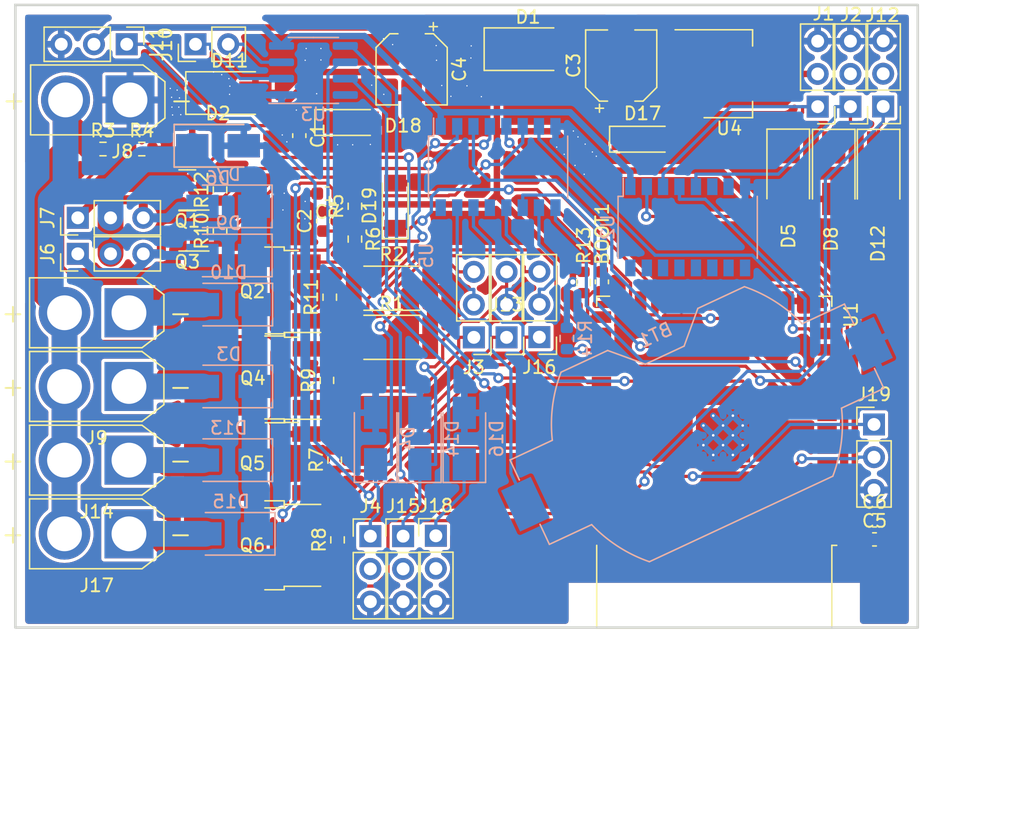
<source format=kicad_pcb>
(kicad_pcb (version 20211014) (generator pcbnew)
  (layers (0 "F.Cu" signal) (31 "B.Cu" signal) (34 "B.Paste" user) (35 "F.Paste" user) (36 "B.SilkS" user "B.Silkscreen") (37 "F.SilkS" user "F.Silkscreen") (38 "B.Mask" user) (39 "F.Mask" user) (44 "Edge.Cuts" user))
  (net 0 "")
  (net 1 "Net-(BT1-Pad1)")
  (net 2 "Net-(D3-Pad2)")
  (net 8 "Net-(D4-Pad1)")
  (net 9 "Net-(D7-Pad2)")
  (net 18 "+3.3V")
  (net 19 "GND")
  (net 21 "PPM_PWM_PUMP2_3.3")
  (net 22 "PPM_PWM_PUMP1_3.3")
  (net 23 "PWM_KERO_3.3")
  (net 24 "PWM_KEROSTART_3.3")
  (net 25 "PWM_GLOW_3.3")
  (net 26 "PPM_STARTER_3.3")
  (net 27 "PPM_GAZ_5V")
  (net 28 "AUX_5V")
  (net 29 "VDC")
  (net 30 "Net-(D9-Pad2)")
  (net 31 "PWM_GLOW")
  (net 32 "PWM_KEROSTART")
  (net 33 "PWM_KERO")
  (net 34 "PPM_PWM_PUMP1")
  (net 35 "PPM_PWM_PUMP2")
  (net 37 "Net-(D10-Pad2)")
  (net 39 "Net-(Q2-Pad3)")
  (net 40 "Net-(D13-Pad2)")
  (net 41 "+BATT")
  (net 42 "Net-(J10-Pad1)")
  (net 43 "Net-(J10-Pad2)")
  (net 46 "VBAT_ADC")
  (net 47 "GLOW_CURRENT")
  (net 48 "PPM_GAZ")
  (net 49 "AUX")
  (net 51 "CLK")
  (net 52 "MISO")
  (net 53 "CS")
  (net 54 "RPM")
  (net 55 "TX2")
  (net 58 "Net-(D14-Pad1)")
  (net 59 "Net-(D15-Pad2)")
  (net 60 "Net-(D16-Pad1)")
  (net 61 "Net-(J3-Pad1)")
  (net 62 "PPM_PWM_STARTER")
  (net 63 "Net-(J13-Pad1)")
  (net 65 "Net-(J16-Pad1)")
  (net 67 "V_CPU")
  (net 72 "Net-(U1-Pad25)")
  (net 73 "Net-(U1-Pad3)")
  (net 74 "Net-(U1-Pad35)")
  (net 75 "Net-(U1-Pad34)")
  (net 76 "Net-(U1-Pad27)")
  (footprint "Package_TO_SOT_SMD:TO-252-2" (layer "F.Cu") (at 32.35 185.675 180)
    (fp_text reference "Q5")
    (fp_text value "QM6006D")
  )
  (footprint "Package_TO_SOT_SMD:TO-252-2" (layer "F.Cu") (at 32.35 192.025 180)
    (fp_text reference "Q6")
    (fp_text value "QM6006D")
  )
  (footprint "Resistor_SMD:R_0603_1608Metric" (layer "F.Cu") (at 23.775 161.29)
    (fp_text reference "R4")
    (fp_text value "2.7K")
  )
  (footprint "Capacitor_SMD:C_0603_1608Metric" (layer "F.Cu") (at 37.846 166.878 90)
    (fp_text reference "C2")
    (fp_text value "10nF")
  )
  (footprint "Capacitor_SMD:C_0603_1608Metric" (layer "F.Cu") (at 59.4614 171.59 90)
    (fp_text reference "BOOT1")
    (fp_text value "BOOT")
  )
  (footprint "Capacitor_SMD:C_0603_1608Metric" (layer "F.Cu") (at 38.1632 164.7444 180)
    (fp_text reference "C7")
    (fp_text value "1µF")
  )
  (footprint "Capacitor_SMD:CP_Elec_5x3" (layer "F.Cu") (at 44.704 155.108 -90)
    (fp_text reference "C4")
    (fp_text value "22µF")
  )
  (footprint "Connector_PinHeader_2.54mm:PinHeader_1x03_P2.54mm_Vertical" (layer "F.Cu") (at 54.61 175.88 180)
    (fp_text reference "J16")
    (fp_text value "PPM/PWM")
  )
  (footprint "Diode_SMD:D_MiniMELF" (layer "F.Cu") (at 62.611 160.528)
    (fp_text reference "D17")
    (fp_text value "BZV55C3V3")
  )
  (footprint "Connector_PinHeader_2.54mm:PinHeader_1x03_P2.54mm_Vertical" (layer "F.Cu") (at 80.5688 182.6514)
    (fp_text reference "J19")
    (fp_text value "UART0")
  )
  (footprint "Capacitor_SMD:C_0603_1608Metric" (layer "F.Cu") (at 80.6066 191.5668)
    (fp_text reference "C5")
    (fp_text value "C")
  )
  (footprint "Resistor_SMD:R_0603_1608Metric" (layer "F.Cu") (at 20.765 161.29)
    (fp_text reference "R3")
    (fp_text value "10K")
  )
  (footprint "Resistor_SMD:R_0603_1608Metric" (layer "F.Cu") (at 38.354 172.783 90)
    (fp_text reference "R11")
    (fp_text value "R")
  )
  (footprint "Connector_PinHeader_2.54mm:PinHeader_1x03_P2.54mm_Vertical" (layer "F.Cu") (at 46.5836 191.2874)
    (fp_text reference "J18")
    (fp_text value "PUMP2")
  )
  (footprint "Connector_PinHeader_2.54mm:PinHeader_1x03_P2.54mm_Vertical" (layer "F.Cu") (at 18.811 166.624 90)
    (fp_text reference "J7")
    (fp_text value "VANNE KERO")
  )
  (footprint "Diode_SMD:D_SMA" (layer "F.Cu") (at 80.9244 163.163 -90)
    (fp_text reference "D12")
    (fp_text value "D_Schottky")
  )
  (footprint "Connector_PinHeader_2.54mm:PinHeader_1x03_P2.54mm_Vertical" (layer "F.Cu") (at 41.5036 191.3174)
    (fp_text reference "J4")
    (fp_text value "STARTER")
  )
  (footprint "Connector_PinHeader_2.54mm:PinHeader_1x03_P2.54mm_Vertical" (layer "F.Cu") (at 44.0436 191.3174)
    (fp_text reference "J15")
    (fp_text value "PUMP1")
  )
  (footprint "Connector_PinHeader_2.54mm:PinHeader_1x02_P2.54mm_Vertical" (layer "F.Cu") (at 27.94 153.162 90)
    (fp_text reference "J10")
    (fp_text value "k")
  )
  (footprint "Resistor_SMD:R_0603_1608Metric" (layer "F.Cu") (at 38.735 185.42 90)
    (fp_text reference "R7")
    (fp_text value "R")
  )
  (footprint "Capacitor_SMD:C_0603_1608Metric" (layer "F.Cu") (at 80.6072 190.0936)
    (fp_text reference "C6")
    (fp_text value "C")
  )
  (footprint "Resistor_SMD:R_0603_1608Metric" (layer "F.Cu") (at 29.845 164.465 90)
    (fp_text reference "R12")
    (fp_text value "R")
  )
  (footprint "Connector_AMASS:AMASS_XT30U-F_1x02_P5.0mm_Vertical" (layer "F.Cu") (at 22.78 179.705 180)
    (fp_text reference "J9")
    (fp_text value "STARTER")
  )
  (footprint "Package_TO_SOT_SMD:TO-252-2" (layer "F.Cu") (at 32.385 179.07 180)
    (fp_text reference "Q4")
    (fp_text value "QM6006D")
  )
  (footprint "Resistor_SMD:R_2512_6332Metric" (layer "F.Cu") (at 43.18 172.085)
    (fp_text reference "R2")
    (fp_text value "R020")
  )
  (footprint "Diode_SMD:D_SMA" (layer "F.Cu") (at 30.5882 156.9466)
    (fp_text reference "D11")
    (fp_text value "D_Schottky")
  )
  (footprint "Connector_PinHeader_2.54mm:PinHeader_1x03_P2.54mm_Vertical" (layer "F.Cu") (at 18.811 169.418 90)
    (fp_text reference "J6")
    (fp_text value "VANNE KEROSTART")
  )
  (footprint "Diode_SMD:D_MiniMELF" (layer "F.Cu") (at 39.751 159.2326)
    (fp_text reference "D18")
    (fp_text value "BZV55C3V3")
  )
  (footprint "Connector_PinHeader_2.54mm:PinHeader_1x03_P2.54mm_Vertical" (layer "F.Cu") (at 49.53 175.895 180)
    (fp_text reference "J3")
    (fp_text value "PPM/PWM")
  )
  (footprint "Package_TO_SOT_SMD:TO-252-2" (layer "F.Cu") (at 32.35 172.34 180)
    (fp_text reference "Q2")
    (fp_text value "QM6006D")
  )
  (footprint "Connector_AMASS:AMASS_XT30U-M_1x02_P5.0mm_Vertical" (layer "F.Cu") (at 22.86 157.48 180)
    (fp_text reference "J8")
    (fp_text value "BATTERY 2S/3S")
  )
  (footprint "Resistor_SMD:R_0603_1608Metric" (layer "F.Cu") (at 29.845 167.64 90)
    (fp_text reference "R10")
    (fp_text value "R")
  )
  (footprint "Diode_SMD:D_MiniMELF" (layer "F.Cu") (at 43.434 165.6842 90)
    (fp_text reference "D19")
    (fp_text value "BZV55C3V3")
  )
  (footprint "Resistor_SMD:R_2512_6332Metric" (layer "F.Cu") (at 43.18 175.895)
    (fp_text reference "R1")
    (fp_text value "R020")
  )
  (footprint "Resistor_SMD:R_0603_1608Metric" (layer "F.Cu") (at 40.305 168.275 -90)
    (fp_text reference "R6")
    (fp_text value "10K")
  )
  (footprint "RF_Module:ESP32-WROOM-32" (layer "F.Cu") (at 68.1786 182.5856 180)
    (fp_text reference "U1")
    (fp_text value "ESP32-WROOM-32D")
  )
  (footprint "Package_TO_SOT_SMD:SOT-23" (layer "F.Cu") (at 27.305 164.465 180)
    (fp_text reference "Q1")
    (fp_text value "AO3400A")
  )
  (footprint "Package_TO_SOT_SMD:SOT-223-3_TabPin2" (layer "F.Cu") (at 69.24 155.448)
    (fp_text reference "U4")
    (fp_text value "AMS1117-3.3")
  )
  (footprint "Connector_PinHeader_2.54mm:PinHeader_1x03_P2.54mm_Vertical" (layer "F.Cu") (at 76.2 158.003 180)
    (fp_text reference "J1")
    (fp_text value "GAZ")
  )
  (footprint "Connector_AMASS:AMASS_XT30U-F_1x02_P5.0mm_Vertical" (layer "F.Cu") (at 22.78 191.135 180)
    (fp_text reference "J17")
    (fp_text value "PUMP2")
  )
  (footprint "Resistor_SMD:R_0603_1608Metric" (layer "F.Cu") (at 38.9575 191.605 90)
    (fp_text reference "R8")
    (fp_text value "R")
  )
  (footprint "Capacitor_SMD:C_0603_1608Metric" (layer "F.Cu") (at 35.9918 160.2486 -90)
    (fp_text reference "C1")
    (fp_text value "1µF")
  )
  (footprint "Connector_AMASS:AMASS_XT30U-F_1x02_P5.0mm_Vertical" (layer "F.Cu") (at 22.78 173.99 180)
    (fp_text reference "J5")
    (fp_text value "GLOW")
  )
  (footprint "Connector_PinHeader_2.54mm:PinHeader_1x03_P2.54mm_Vertical" (layer "F.Cu") (at 81.28 157.988 180)
    (fp_text reference "J12")
    (fp_text value "S.PORT")
  )
  (footprint "Connector_PinHeader_2.54mm:PinHeader_1x03_P2.54mm_Vertical" (layer "F.Cu") (at 52.07 175.895 180)
    (fp_text reference "J13")
    (fp_text value "PPM/PWM")
  )
  (footprint "Diode_SMD:D_SMA" (layer "F.Cu") (at 29.686 161.036)
    (fp_text reference "D2")
    (fp_text value "D_Schottky")
  )
  (footprint "Resistor_SMD:R_0603_1608Metric" (layer "F.Cu") (at 58.039 171.64 -90)
    (fp_text reference "R13")
    (fp_text value "10K")
  )
  (footprint "Resistor_SMD:R_0603_1608Metric" (layer "F.Cu") (at 38.1325 179.235 90)
    (fp_text reference "R9")
    (fp_text value "R")
  )
  (footprint "Resistor_SMD:R_0603_1608Metric" (layer "F.Cu") (at 40.305 165.7277 90)
    (fp_text reference "R5")
    (fp_text value "10K")
  )
  (footprint "Connector_PinHeader_2.54mm:PinHeader_1x03_P2.54mm_Vertical" (layer "F.Cu") (at 78.74 158.003 180)
    (fp_text reference "J2")
    (fp_text value "AUX")
  )
  (footprint "Connector_PinHeader_2.54mm:PinHeader_1x03_P2.54mm_Vertical" (layer "F.Cu") (at 22.606 153.162 -90)
    (fp_text reference "J11")
    (fp_text value "RPM")
  )
  (footprint "Diode_SMD:D_SMA" (layer "F.Cu") (at 73.914 163.1442 -90)
    (fp_text reference "D5")
    (fp_text value "D_Schottky")
  )
  (footprint "Capacitor_SMD:CP_Elec_5x3" (layer "F.Cu") (at 60.96 154.813 90)
    (fp_text reference "C3")
    (fp_text value "0.1µF")
  )
  (footprint "Package_TO_SOT_SMD:SOT-23" (layer "F.Cu") (at 27.305 167.64 180)
    (fp_text reference "Q3")
    (fp_text value "AO3400A")
  )
  (footprint "Connector_AMASS:AMASS_XT30U-F_1x02_P5.0mm_Vertical" (layer "F.Cu") (at 22.78 185.42 180)
    (fp_text reference "J14")
    (fp_text value "PUMP1")
  )
  (footprint "Diode_SMD:D_SMA" (layer "F.Cu") (at 53.73 153.543)
    (fp_text reference "D1")
    (fp_text value "D_Schottky")
  )
  (footprint "Diode_SMD:D_SMA" (layer "F.Cu") (at 77.4446 163.163 -90)
    (fp_text reference "D8")
    (fp_text value "D_Schottky")
  )
  (footprint "Diode_SMD:D_SMA" (layer "B.Cu") (at 45.339 183.7502 90)
    (fp_text reference "D14")
    (fp_text value "D_Schottky")
  )
  (footprint "Diode_SMD:D_SMA" (layer "B.Cu") (at 30.48 169.545 180)
    (fp_text reference "D9")
    (fp_text value "D_Schottky")
  )
  (footprint "Diode_SMD:D_SMA" (layer "B.Cu") (at 48.7934 183.7502 90)
    (fp_text reference "D16")
    (fp_text value "D_Schottky")
  )
  (footprint "Package_SO:SOIC-8_3.9x4.9mm_P1.27mm" (layer "B.Cu") (at 37.084 155.194)
    (fp_text reference "U3")
    (fp_text value "MAX31855KASA")
  )
  (footprint "Diode_SMD:D_SMA" (layer "B.Cu") (at 30.52 173.355 180)
    (fp_text reference "D10")
    (fp_text value "D_Schottky")
  )
  (footprint "Battery:BatteryHolder_Keystone_1058_1x2032" (layer "B.Cu") (at 66.8324 182.6324 25)
    (fp_text reference "BT1")
    (fp_text value "Battery_Cell")
  )
  (footprint "Diode_SMD:D_SMA" (layer "B.Cu") (at 29.686 161.036)
    (fp_text reference "D6")
    (fp_text value "D_Schottky")
  )
  (footprint "Diode_SMD:D_SMA" (layer "B.Cu") (at 30.705 191.135 180)
    (fp_text reference "D15")
    (fp_text value "D_Schottky")
  )
  (footprint "Diode_SMD:D_SMA" (layer "B.Cu") (at 30.52 185.42 180)
    (fp_text reference "D13")
    (fp_text value "D_Schottky")
  )
  (footprint "Resistor_SMD:R_0603_1608Metric" (layer "B.Cu") (at 56.7436 175.9834 90)
    (fp_text reference "R14")
    (fp_text value "10K")
  )
  (footprint "Package_SO:SOP-16_4.4x10.4mm_P1.27mm" (layer "B.Cu") (at 66.1162 167.3606 -90)
    (fp_text reference "U2")
    (fp_text value "4050")
  )
  (footprint "Diode_SMD:D_SMA" (layer "B.Cu") (at 30.48 165.735 180)
    (fp_text reference "D7")
    (fp_text value "D_Schottky")
  )
  (footprint "Package_SO:SOP-16_4.4x10.4mm_P1.27mm" (layer "B.Cu") (at 51.4096 162.687 -90)
    (fp_text reference "U5")
    (fp_text value "4050")
  )
  (footprint "Diode_SMD:D_SMA" (layer "B.Cu") (at 41.91 183.74 90)
    (fp_text reference "D4")
    (fp_text value "D_Schottky")
  )
  (footprint "Diode_SMD:D_SMA" (layer "B.Cu") (at 30.52 179.705 180)
    (fp_text reference "D3")
    (fp_text value "D_Schottky")
  )
  (gr_rect (start 13.97 150.114) (end 83.9628 198.407) (layer "Edge.Cuts") (width 0.2) (fill none))
  (segment (start 31.686 161.036) (end 33.2611 161.036) (width 0.25) (layer "F.Cu") (net 1))
  (segment (start 33.2611 161.1491) (end 33.2611 161.036) (width 0.25) (layer "F.Cu") (net 1))
  (segment (start 34.0518 161.9398) (end 33.2611 161.1491) (width 0.25) (layer "F.Cu") (net 1))
  (segment (start 44.4817 161.9398) (end 34.0518 161.9398) (width 0.25) (layer "F.Cu") (net 1))
  (via (at 44.4817 161.9398) (size 0.8) (drill 0.4) (layers "F.Cu" "B.Cu") (net 1))
  (segment (start 44.4817 161.9398) (end 44.4817 166.247) (width 0.25) (layer "B.Cu") (net 1))
  (segment (start 50.8 176.7847) (end 52.4034 178.3881) (width 0.25) (layer "B.Cu") (net 1))
  (segment (start 44.4817 167.4448) (end 44.4817 169.9692) (width 0.25) (layer "B.Cu") (net 1))
  (segment (start 44.3696 166.3591) (end 44.3696 167.3327) (width 0.25) (layer "B.Cu") (net 1))
  (segment (start 44.3696 167.3327) (end 44.4817 167.4448) (width 0.25) (layer "B.Cu") (net 1))
  (segment (start 53.5278 188.8364) (end 52.4034 186.425) (width 0.25) (layer "B.Cu") (net 1))
  (segment (start 49.0507 174.5382) (end 50.3774 174.5382) (width 0.25) (layer "B.Cu") (net 1))
  (segment (start 44.4817 166.247) (end 44.3696 166.3591) (width 0.25) (layer "B.Cu") (net 1))
  (segment (start 50.8 174.9608) (end 50.8 176.7847) (width 0.25) (layer "B.Cu") (net 1))
  (segment (start 50.3774 174.5382) (end 50.8 174.9608) (width 0.25) (layer "B.Cu") (net 1))
  (segment (start 52.4034 178.3881) (end 52.4034 186.425) (width 0.25) (layer "B.Cu") (net 1))
  (segment (start 44.4817 169.9692) (end 49.0507 174.5382) (width 0.25) (layer "B.Cu") (net 1))
  (segment (start 25.8849 179.7002) (end 25.8801 179.705) (width 2) (layer "F.Cu") (net 2))
  (segment (start 30.285 179.07) (end 25.8849 179.07) (width 2) (layer "F.Cu") (net 2))
  (segment (start 22.78 179.705) (end 25.8801 179.705) (width 2) (layer "F.Cu") (net 2))
  (segment (start 25.8849 179.07) (end 25.8849 179.7002) (width 2) (layer "F.Cu") (net 2))
  (segment (start 28.52 179.705) (end 22.78 179.705) (width 2) (layer "B.Cu") (net 2))
  (segment (start 43.4816 173.8108) (end 43.4816 172.0785) (width 0.25) (layer "F.Cu") (net 8))
  (segment (start 45.5225 170.0376) (end 47.5775 170.0376) (width 0.25) (layer "F.Cu") (net 8))
  (segment (start 43.4816 172.0785) (end 45.5225 170.0376) (width 0.25) (layer "F.Cu") (net 8))
  (segment (start 49.53 170.815) (end 48.3549 170.815) (width 0.25) (layer "F.Cu") (net 8))
  (segment (start 42.2523 175.0401) (end 43.4816 173.8108) (width 0.25) (layer "F.Cu") (net 8))
  (segment (start 47.5775 170.0376) (end 48.3549 170.815) (width 0.25) (layer "F.Cu") (net 8))
  (via (at 42.2523 175.0401) (size 0.8) (drill 0.4) (layers "F.Cu" "B.Cu") (net 8))
  (segment (start 41.91 185.74) (end 43.1351 185.74) (width 0.25) (layer "B.Cu") (net 8))
  (segment (start 42.2523 175.0401) (end 43.1351 175.9229) (width 0.25) (layer "B.Cu") (net 8))
  (segment (start 42.1219 189.524) (end 42.1219 187.527) (width 0.25) (layer "B.Cu") (net 8))
  (segment (start 42.1219 187.527) (end 41.91 187.3151) (width 0.25) (layer "B.Cu") (net 8))
  (segment (start 41.5036 191.3174) (end 41.5036 190.1423) (width 0.25) (layer "B.Cu") (net 8))
  (segment (start 41.5036 190.1423) (end 42.1219 189.524) (width 0.25) (layer "B.Cu") (net 8))
  (segment (start 41.91 185.74) (end 41.91 187.3151) (width 0.25) (layer "B.Cu") (net 8))
  (segment (start 43.1351 175.9229) (end 43.1351 185.74) (width 0.25) (layer "B.Cu") (net 8))
  (segment (start 20.2111 165.2239) (end 23.891 165.2239) (width 0.7) (layer "F.Cu") (net 9))
  (segment (start 23.891 166.624) (end 23.891 165.2239) (width 0.7) (layer "F.Cu") (net 9))
  (segment (start 23.891 165.2239) (end 24.6499 164.465) (width 0.7) (layer "F.Cu") (net 9))
  (segment (start 24.6499 164.465) (end 26.3675 164.465) (width 0.7) (layer "F.Cu") (net 9))
  (segment (start 18.811 166.624) (end 20.2111 165.2239) (width 0.7) (layer "F.Cu") (net 9))
  (segment (start 26.6799 165.735) (end 25.7909 166.624) (width 0.7) (layer "B.Cu") (net 9))
  (segment (start 25.7909 166.624) (end 23.891 166.624) (width 0.7) (layer "B.Cu") (net 9))
  (segment (start 28.48 165.735) (end 26.6799 165.735) (width 0.7) (layer "B.Cu") (net 9))
  (segment (start 60.96 159.1289) (end 60.96 157.013) (width 0.5) (layer "F.Cu") (net 18))
  (segment (start 66.09 155.448) (end 62.525 155.448) (width 0.5) (layer "F.Cu") (net 18))
  (segment (start 55.73 153.543) (end 55.73 152.1929) (width 0.5) (layer "F.Cu") (net 18))
  (segment (start 66.09 155.448) (end 68.5898 155.448) (width 0.5) (layer "F.Cu") (net 18))
  (segment (start 60.861 160.528) (end 60.861 159.2279) (width 0.5) (layer "F.Cu") (net 18))
  (segment (start 62.525 155.448) (end 60.96 157.013) (width 0.5) (layer "F.Cu") (net 18))
  (segment (start 70.9399 153.0979) (end 72.39 153.0979) (width 0.5) (layer "F.Cu") (net 18))
  (segment (start 68.5898 155.448) (end 70.9399 153.0979) (width 0.5) (layer "F.Cu") (net 18))
  (segment (start 55.73 154.8931) (end 58.8401 154.8931) (width 0.5) (layer "F.Cu") (net 18))
  (segment (start 44.704 152.908) (end 43.6578 151.8618) (width 0.5) (layer "F.Cu") (net 18))
  (segment (start 43.6578 151.8618) (end 21.3662 151.8618) (width 0.5) (layer "F.Cu") (net 18))
  (segment (start 72.39 155.448) (end 72.39 153.0979) (width 0.5) (layer "F.Cu") (net 18))
  (segment (start 60.861 159.2279) (end 60.96 159.1289) (width 0.5) (layer "F.Cu") (net 18))
  (segment (start 58.8401 154.8931) (end 60.96 157.013) (width 0.5) (layer "F.Cu") (net 18))
  (segment (start 21.3662 151.8618) (end 20.066 153.162) (width 0.5) (layer "F.Cu") (net 18))
  (segment (start 45.4191 152.1929) (end 55.73 152.1929) (width 0.5) (layer "F.Cu") (net 18))
  (segment (start 44.704 152.908) (end 45.4191 152.1929) (width 0.5) (layer "F.Cu") (net 18))
  (segment (start 55.73 153.543) (end 55.73 154.8931) (width 0.5) (layer "F.Cu") (net 18))
  (segment (start 61.6662 163.1105) (end 56.9926 158.4369) (width 0.5) (layer "B.Cu") (net 18))
  (segment (start 46.9596 158.8574) (end 46.9596 158.6119) (width 0.5) (layer "B.Cu") (net 18))
  (segment (start 33.1818 151.8618) (end 21.3662 151.8618) (width 0.5) (layer "B.Cu") (net 18))
  (segment (start 35.3725 152.5255) (end 34.609 153.289) (width 0.5) (layer "B.Cu") (net 18))
  (segment (start 34.609 153.289) (end 33.1818 151.8618) (width 0.5) (layer "B.Cu") (net 18))
  (segment (start 46.9596 159.537) (end 46.9596 158.9869) (width 0.5) (layer "B.Cu") (net 18))
  (segment (start 41.0482 152.5255) (end 35.3725 152.5255) (width 0.5) (layer "B.Cu") (net 18))
  (segment (start 61.6662 164.2106) (end 61.6662 163.1105) (width 0.5) (layer "B.Cu") (net 18))
  (segment (start 46.9596 158.6119) (end 46.9596 158.4369) (width 0.5) (layer "B.Cu") (net 18))
  (segment (start 46.9596 158.4369) (end 41.0482 152.5255) (width 0.5) (layer "B.Cu") (net 18))
  (segment (start 21.3662 151.8618) (end 20.066 153.162) (width 0.5) (layer "B.Cu") (net 18))
  (segment (start 46.9596 158.9869) (end 46.9596 158.8574) (width 0.5) (layer "B.Cu") (net 18))
  (segment (start 56.9926 158.4369) (end 46.9596 158.4369) (width 0.5) (layer "B.Cu") (net 18))
  (via (at 34.8234 164.719) (size 0.3) (drill 0.1) (layers "F.Cu" "B.Cu") (net 19))
  (via (at 26.6446 158.0388) (size 0.3) (drill 0.1) (layers "F.Cu" "B.Cu") (net 19))
  (via (at 34.7218 166.0144) (size 0.3) (drill 0.1) (layers "F.Cu" "B.Cu") (net 19))
  (via (at 42.5196 152.7302) (size 0.3) (drill 0.1) (layers "F.Cu" "B.Cu") (net 19))
  (via (at 36.449 165.354) (size 0.3) (drill 0.1) (layers "F.Cu" "B.Cu") (net 19))
  (via (at 34.671 160.1978) (size 0.3) (drill 0.1) (layers "F.Cu" "B.Cu") (net 19))
  (via (at 56.5404 161.6964) (size 0.3) (drill 0.1) (layers "F.Cu" "B.Cu") (net 19))
  (via (at 46.6344 154.4066) (size 0.3) (drill 0.1) (layers "F.Cu" "B.Cu") (net 19))
  (via (at 30.5816 157.0482) (size 0.3) (drill 0.1) (layers "F.Cu" "B.Cu") (net 19))
  (via (at 36.5252 153.4922) (size 0.3) (drill 0.1) (layers "F.Cu" "B.Cu") (net 19))
  (via (at 58.7248 161.5186) (size 0.3) (drill 0.1) (layers "F.Cu" "B.Cu") (net 19))
  (via (at 43.2308 153.1874) (size 0.3) (drill 0.1) (layers "F.Cu" "B.Cu") (net 19))
  (via (at 30.5308 155.829) (size 0.3) (drill 0.1) (layers "F.Cu" "B.Cu") (net 19))
  (via (at 26.162 158.6484) (size 0.3) (drill 0.1) (layers "F.Cu" "B.Cu") (net 19))
  (via (at 58.166 160.909) (size 0.3) (drill 0.1) (layers "F.Cu" "B.Cu") (net 19))
  (via (at 58.0898 163.2458) (size 0.3) (drill 0.1) (layers "F.Cu" "B.Cu") (net 19))
  (via (at 26.1112 158.0388) (size 0.3) (drill 0.1) (layers "F.Cu" "B.Cu") (net 19))
  (via (at 59.0296 161.8488) (size 0.3) (drill 0.1) (layers "F.Cu" "B.Cu") (net 19))
  (via (at 37.338 156.9974) (size 0.3) (drill 0.1) (layers "F.Cu" "B.Cu") (net 19))
  (via (at 36.449 154.4066) (size 0.3) (drill 0.1) (layers "F.Cu" "B.Cu") (net 19))
  (via (at 46.609 153.2636) (size 0.3) (drill 0.1) (layers "F.Cu" "B.Cu") (net 19))
  (via (at 57.3786 162.56) (size 0.3) (drill 0.1) (layers "F.Cu" "B.Cu") (net 19))
  (via (at 41.5036 160.9344) (size 0.3) (drill 0.1) (layers "F.Cu" "B.Cu") (net 19))
  (via (at 48.9966 156.3878) (size 0.3) (drill 0.1) (layers "F.Cu" "B.Cu") (net 19))
  (via (at 42.545 157.0482) (size 0.3) (drill 0.1) (layers "F.Cu" "B.Cu") (net 19))
  (via (at 47.752 157.2006) (size 0.3) (drill 0.1) (layers "F.Cu" "B.Cu") (net 19))
  (via (at 30.607 156.4132) (size 0.3) (drill 0.1) (layers "F.Cu" "B.Cu") (net 19))
  (via (at 41.6052 156.337) (size 0.3) (drill 0.1) (layers "F.Cu" "B.Cu") (net 19))
  (via (at 26.6954 157.3276) (size 0.3) (drill 0.1) (layers "F.Cu" "B.Cu") (net 19))
  (via (at 57.6072 160.3502) (size 0.3) (drill 0.1) (layers "F.Cu" "B.Cu") (net 19))
  (via (at 57.2516 159.893) (size 0.3) (drill 0.1) (layers "F.Cu" "B.Cu") (net 19))
  (via (at 25.9842 156.591) (size 0.3) (drill 0.1) (layers "F.Cu" "B.Cu") (net 19))
  (via (at 29.972 155.5242) (size 0.3) (drill 0.1) (layers "F.Cu" "B.Cu") (net 19))
  (via (at 49.3268 153.289) (size 0.3) (drill 0.1) (layers "F.Cu" "B.Cu") (net 19))
  (via (at 40.132 160.9598) (size 0.3) (drill 0.1) (layers "F.Cu" "B.Cu") (net 19))
  (via (at 37.6682 154.3812) (size 0.3) (drill 0.1) (layers "F.Cu" "B.Cu") (net 19))
  (via (at 37.6682 153.4922) (size 0.3) (drill 0.1) (layers "F.Cu" "B.Cu") (net 19))
  (via (at 35.0266 160.7312) (size 0.3) (drill 0.1) (layers "F.Cu" "B.Cu") (net 19))
  (via (at 50.1142 157.226) (size 0.3) (drill 0.1) (layers "F.Cu" "B.Cu") (net 19))
  (via (at 35.7632 158.2674) (size 0.3) (drill 0.1) (layers "F.Cu" "B.Cu") (net 19))
  (via (at 29.337 155.321) (size 0.3) (drill 0.1) (layers "F.Cu" "B.Cu") (net 19))
  (via (at 26.5176 156.718) (size 0.3) (drill 0.1) (layers "F.Cu" "B.Cu") (net 19))
  (via (at 55.9562 161.1376) (size 0.3) (drill 0.1) (layers "F.Cu" "B.Cu") (net 19))
  (via (at 26.797 158.623) (size 0.3) (drill 0.1) (layers "F.Cu" "B.Cu") (net 19))
  (via (at 36.4236 166.7002) (size 0.3) (drill 0.1) (layers "F.Cu" "B.Cu") (net 19))
  (via (at 38.9636 160.9598) (size 0.3) (drill 0.1) (layers "F.Cu" "B.Cu") (net 19))
  (via (at 26.0858 157.2768) (size 0.3) (drill 0.1) (layers "F.Cu" "B.Cu") (net 19))
  (via (at 49.3014 154.2288) (size 0.3) (drill 0.1) (layers "F.Cu" "B.Cu") (net 19))
  (via (at 47.0408 156.3624) (size 0.3) (drill 0.1) (layers "F.Cu" "B.Cu") (net 19))
  (segment (start 75.8535 179.1562) (end 75.8535 179.4056) (width 0.25) (layer "F.Cu") (net 21))
  (segment (start 76.9286 179.4056) (end 75.8535 179.4056) (width 0.25) (layer "F.Cu") (net 21))
  (segment (start 74.4795 177.7822) (end 75.8535 179.1562) (width 0.25) (layer "F.Cu") (net 21))
  (via (at 74.4795 177.7822) (size 0.8) (drill 0.4) (layers "F.Cu" "B.Cu") (net 21))
  (segment (start 62.6004 177.7822) (end 74.4795 177.7822) (width 0.25) (layer "B.Cu") (net 21))
  (segment (start 55.8596 166.8121) (end 58.2566 169.2091) (width 0.25) (layer "B.Cu") (net 21))
  (segment (start 55.8596 165.837) (end 55.8596 166.8121) (width 0.25) (layer "B.Cu") (net 21))
  (segment (start 58.2566 173.4384) (end 62.6004 177.7822) (width 0.25) (layer "B.Cu") (net 21))
  (segment (start 58.2566 169.2091) (end 58.2566 173.4384) (width 0.25) (layer "B.Cu") (net 21))
  (segment (start 74.7255 180.6756) (end 70.6463 176.5964) (width 0.25) (layer "F.Cu") (net 22))
  (segment (start 70.6463 176.5964) (end 62.44 176.5964) (width 0.25) (layer "F.Cu") (net 22))
  (segment (start 76.9286 180.6756) (end 74.7255 180.6756) (width 0.25) (layer "F.Cu") (net 22))
  (via (at 62.44 176.5964) (size 0.8) (drill 0.4) (layers "F.Cu" "B.Cu") (net 22))
  (segment (start 56.3995 164.8619) (end 58.924 167.3864) (width 0.25) (layer "B.Cu") (net 22))
  (segment (start 53.3196 165.837) (end 53.3196 164.8619) (width 0.25) (layer "B.Cu") (net 22))
  (segment (start 58.924 173.0804) (end 62.44 176.5964) (width 0.25) (layer "B.Cu") (net 22))
  (segment (start 53.3196 164.8619) (end 56.3995 164.8619) (width 0.25) (layer "B.Cu") (net 22))
  (segment (start 58.924 167.3864) (end 58.924 173.0804) (width 0.25) (layer "B.Cu") (net 22))
  (segment (start 67.8936 174.4301) (end 75.749 174.4301) (width 0.25) (layer "F.Cu") (net 23))
  (segment (start 75.749 174.4301) (end 75.8535 174.3256) (width 0.25) (layer "F.Cu") (net 23))
  (segment (start 76.9286 174.3256) (end 75.8535 174.3256) (width 0.25) (layer "F.Cu") (net 23))
  (via (at 67.8936 174.4301) (size 0.8) (drill 0.4) (layers "F.Cu" "B.Cu") (net 23))
  (segment (start 60.229 170.6502) (end 60.229 168.045) (width 0.25) (layer "B.Cu") (net 23))
  (segment (start 55.8929 163.7089) (end 50.6507 163.7089) (width 0.25) (layer "B.Cu") (net 23))
  (segment (start 50.6507 163.7089) (end 49.4996 162.5578) (width 0.25) (layer "B.Cu") (net 23))
  (segment (start 64.0089 174.4301) (end 60.229 170.6502) (width 0.25) (layer "B.Cu") (net 23))
  (segment (start 49.4996 162.5578) (end 49.4996 159.537) (width 0.25) (layer "B.Cu") (net 23))
  (segment (start 67.8936 174.4301) (end 64.0089 174.4301) (width 0.25) (layer "B.Cu") (net 23))
  (segment (start 60.229 168.045) (end 55.8929 163.7089) (width 0.25) (layer "B.Cu") (net 23))
  (segment (start 75.4934 175.2355) (end 75.8535 175.5956) (width 0.25) (layer "F.Cu") (net 24))
  (segment (start 76.9286 175.5956) (end 75.8535 175.5956) (width 0.25) (layer "F.Cu") (net 24))
  (segment (start 74.2757 175.2355) (end 75.4934 175.2355) (width 0.25) (layer "F.Cu") (net 24))
  (via (at 74.2757 175.2355) (size 0.8) (drill 0.4) (layers "F.Cu" "B.Cu") (net 24))
  (segment (start 63.5936 169.5261) (end 71.1306 169.5261) (width 0.25) (layer "B.Cu") (net 24))
  (segment (start 54.5796 160.5121) (end 63.5936 169.5261) (width 0.25) (layer "B.Cu") (net 24))
  (segment (start 74.2757 172.6712) (end 74.2757 175.2355) (width 0.25) (layer "B.Cu") (net 24))
  (segment (start 54.5796 159.537) (end 54.5796 160.5121) (width 0.25) (layer "B.Cu") (net 24))
  (segment (start 71.1306 169.5261) (end 74.2757 172.6712) (width 0.25) (layer "B.Cu") (net 24))
  (segment (start 63.4132 171.933) (end 76.2143 171.933) (width 0.25) (layer "F.Cu") (net 25))
  (segment (start 52.2862 160.806) (end 63.4132 171.933) (width 0.25) (layer "F.Cu") (net 25))
  (segment (start 76.9286 176.8656) (end 78.0037 176.8656) (width 0.25) (layer "F.Cu") (net 25))
  (segment (start 76.2143 171.933) (end 78.0037 173.7224) (width 0.25) (layer "F.Cu") (net 25))
  (segment (start 78.0037 173.7224) (end 78.0037 176.8656) (width 0.25) (layer "F.Cu") (net 25))
  (via (at 52.2862 160.806) (size 0.8) (drill 0.4) (layers "F.Cu" "B.Cu") (net 25))
  (segment (start 52.0496 159.537) (end 52.0496 160.5694) (width 0.25) (layer "B.Cu") (net 25))
  (segment (start 52.0496 160.5694) (end 52.2862 160.806) (width 0.25) (layer "B.Cu") (net 25))
  (segment (start 70.3766 179.2956) (end 73.0266 181.9456) (width 0.25) (layer "F.Cu") (net 26))
  (segment (start 61.2251 179.2956) (end 70.3766 179.2956) (width 0.25) (layer "F.Cu") (net 26))
  (segment (start 76.9286 181.9456) (end 75.8535 181.9456) (width 0.25) (layer "F.Cu") (net 26))
  (segment (start 73.0266 181.9456) (end 75.8535 181.9456) (width 0.25) (layer "F.Cu") (net 26))
  (via (at 61.2251 179.2956) (size 0.8) (drill 0.4) (layers "F.Cu" "B.Cu") (net 26))
  (segment (start 51.7581 174.7198) (end 53.0593 174.7198) (width 0.25) (layer "B.Cu") (net 26))
  (segment (start 49.4996 165.837) (end 49.4996 167.2986) (width 0.25) (layer "B.Cu") (net 26))
  (segment (start 55.844 179.2956) (end 61.2251 179.2956) (width 0.25) (layer "B.Cu") (net 26))
  (segment (start 50.8 173.7617) (end 51.7581 174.7198) (width 0.25) (layer "B.Cu") (net 26))
  (segment (start 49.4996 167.2986) (end 50.8 168.599) (width 0.25) (layer "B.Cu") (net 26))
  (segment (start 50.8 168.599) (end 50.8 173.7617) (width 0.25) (layer "B.Cu") (net 26))
  (segment (start 53.34 176.7916) (end 55.844 179.2956) (width 0.25) (layer "B.Cu") (net 26))
  (segment (start 53.34 175.0005) (end 53.34 176.7916) (width 0.25) (layer "B.Cu") (net 26))
  (segment (start 53.0593 174.7198) (end 53.34 175.0005) (width 0.25) (layer "B.Cu") (net 26))
  (segment (start 73.914 159.5691) (end 75.0249 158.4582) (width 0.25) (layer "F.Cu") (net 27))
  (segment (start 76.2 158.003) (end 75.0249 158.003) (width 0.25) (layer "F.Cu") (net 27))
  (segment (start 73.914 161.1442) (end 73.914 159.5691) (width 0.25) (layer "F.Cu") (net 27))
  (segment (start 75.0249 158.4582) (end 75.0249 158.003) (width 0.25) (layer "F.Cu") (net 27))
  (segment (start 64.2062 164.2106) (end 64.2062 163.2355) (width 0.25) (layer "B.Cu") (net 27))
  (segment (start 69.4387 158.003) (end 76.2 158.003) (width 0.25) (layer "B.Cu") (net 27))
  (segment (start 64.2062 163.2355) (end 69.4387 158.003) (width 0.25) (layer "B.Cu") (net 27))
  (segment (start 78.74 158.003) (end 78.74 159.1781) (width 0.25) (layer "F.Cu") (net 28))
  (segment (start 77.4446 159.5879) (end 78.3302 159.5879) (width 0.25) (layer "F.Cu") (net 28))
  (segment (start 78.3302 159.5879) (end 78.74 159.1781) (width 0.25) (layer "F.Cu") (net 28))
  (segment (start 77.4446 161.163) (end 77.4446 159.5879) (width 0.25) (layer "F.Cu") (net 28))
  (segment (start 77.5649 158.8109) (end 77.5649 158.003) (width 0.25) (layer "B.Cu") (net 28))
  (segment (start 66.7562 163.2355) (end 73.1403 163.2355) (width 0.25) (layer "B.Cu") (net 28))
  (segment (start 73.1403 163.2355) (end 77.5649 158.8109) (width 0.25) (layer "B.Cu") (net 28))
  (segment (start 66.7562 164.2106) (end 66.7562 163.2355) (width 0.25) (layer "B.Cu") (net 28))
  (segment (start 78.74 158.003) (end 77.5649 158.003) (width 0.25) (layer "B.Cu") (net 28))
  (segment (start 76.2 155.463) (end 74.8999 155.463) (width 0.5) (layer "F.Cu") (net 29))
  (segment (start 66.09 157.748) (end 67.5401 157.748) (width 0.5) (layer "F.Cu") (net 29))
  (segment (start 73.5851 157.8341) (end 67.6262 157.8341) (width 0.5) (layer "F.Cu") (net 29))
  (segment (start 67.6262 157.8341) (end 67.5401 157.748) (width 0.5) (layer "F.Cu") (net 29))
  (segment (start 74.8999 155.463) (end 74.8999 156.5193) (width 0.5) (layer "F.Cu") (net 29))
  (segment (start 74.8999 156.5193) (end 73.5851 157.8341) (width 0.5) (layer "F.Cu") (net 29))
  (segment (start 26.3675 167.64) (end 25.2911 168.7164) (width 0.7) (layer "F.Cu") (net 30))
  (segment (start 25.2911 168.7164) (end 25.2911 169.418) (width 0.7) (layer "F.Cu") (net 30))
  (segment (start 23.891 169.418) (end 25.2911 169.418) (width 0.7) (layer "F.Cu") (net 30))
  (segment (start 24.5911 169.418) (end 23.1392 170.8699) (width 0.7) (layer "B.Cu") (net 30))
  (segment (start 28.48 169.545) (end 25.4181 169.545) (width 0.7) (layer "B.Cu") (net 30))
  (segment (start 20.2629 170.8699) (end 18.811 169.418) (width 0.7) (layer "B.Cu") (net 30))
  (segment (start 24.5911 169.418) (end 25.2911 169.418) (width 0.7) (layer "B.Cu") (net 30))
  (segment (start 23.891 169.418) (end 24.5911 169.418) (width 0.7) (layer "B.Cu") (net 30))
  (segment (start 23.1392 170.8699) (end 20.2629 170.8699) (width 0.7) (layer "B.Cu") (net 30))
  (segment (start 25.4181 169.545) (end 25.2911 169.418) (width 0.7) (layer "B.Cu") (net 30))
  (segment (start 38.0283 174.4684) (end 38.0284 174.4684) (width 0.25) (layer "F.Cu") (net 31))
  (segment (start 38.0284 174.4684) (end 38.0284 173.9336) (width 0.25) (layer "F.Cu") (net 31))
  (segment (start 35.1248 172.2697) (end 36.55 173.6949) (width 0.25) (layer "F.Cu") (net 31))
  (segment (start 36.55 174.62) (end 37.8767 174.62) (width 0.25) (layer "F.Cu") (net 31))
  (segment (start 38.0284 173.9336) (end 38.354 173.608) (width 0.25) (layer "F.Cu") (net 31))
  (segment (start 45.1951 168.4435) (end 41.7157 168.4435) (width 0.25) (layer "F.Cu") (net 31))
  (segment (start 41.638 168.3658) (end 38.8425 168.3658) (width 0.25) (layer "F.Cu") (net 31))
  (segment (start 45.5504 168.0882) (end 45.1951 168.4435) (width 0.25) (layer "F.Cu") (net 31))
  (segment (start 46.651 160.9514) (end 46.5317 160.8321) (width 0.25) (layer "F.Cu") (net 31))
  (segment (start 35.3154 169.1348) (end 35.1248 169.3254) (width 0.25) (layer "F.Cu") (net 31))
  (segment (start 37.8767 174.62) (end 38.0283 174.4684) (width 0.25) (layer "F.Cu") (net 31))
  (segment (start 36.55 174.62) (end 36.55 173.6949) (width 0.25) (layer "F.Cu") (net 31))
  (segment (start 50.3108 160.9514) (end 46.651 160.9514) (width 0.25) (layer "F.Cu") (net 31))
  (segment (start 38.0735 169.1348) (end 35.3154 169.1348) (width 0.25) (layer "F.Cu") (net 31))
  (segment (start 41.7157 168.4435) (end 41.638 168.3658) (width 0.25) (layer "F.Cu") (net 31))
  (segment (start 38.8425 168.3658) (end 38.0735 169.1348) (width 0.25) (layer "F.Cu") (net 31))
  (segment (start 35.1248 169.3254) (end 35.1248 172.2697) (width 0.25) (layer "F.Cu") (net 31))
  (via (at 45.5504 168.0882) (size 0.8) (drill 0.4) (layers "F.Cu" "B.Cu") (net 31))
  (via (at 46.5317 160.8321) (size 0.8) (drill 0.4) (layers "F.Cu" "B.Cu") (net 31))
  (via (at 50.3108 160.9514) (size 0.8) (drill 0.4) (layers "F.Cu" "B.Cu") (net 31))
  (segment (start 50.7696 159.537) (end 50.7696 160.5121) (width 0.25) (layer "B.Cu") (net 31))
  (segment (start 46.5317 160.8321) (end 45.2891 162.0747) (width 0.25) (layer "B.Cu") (net 31))
  (segment (start 44.8197 166.5456) (end 44.8197 167.1461) (width 0.25) (layer "B.Cu") (net 31))
  (segment (start 45.5504 167.8768) (end 45.5504 168.0882) (width 0.25) (layer "B.Cu") (net 31))
  (segment (start 50.7696 160.5121) (end 50.7501 160.5121) (width 0.25) (layer "B.Cu") (net 31))
  (segment (start 44.8197 167.1461) (end 45.5504 167.8768) (width 0.25) (layer "B.Cu") (net 31))
  (segment (start 50.7501 160.5121) (end 50.3108 160.9514) (width 0.25) (layer "B.Cu") (net 31))
  (segment (start 45.2891 166.0762) (end 44.8197 166.5456) (width 0.25) (layer "B.Cu") (net 31))
  (segment (start 45.2891 162.0747) (end 45.2891 166.0762) (width 0.25) (layer "B.Cu") (net 31))
  (segment (start 28.2425 168.59) (end 29.72 168.59) (width 0.25) (layer "F.Cu") (net 32))
  (segment (start 47.5677 164.9094) (end 42.3857 164.9094) (width 0.25) (layer "F.Cu") (net 32))
  (segment (start 29.72 168.59) (end 29.845 168.465) (width 0.25) (layer "F.Cu") (net 32))
  (segment (start 50.4532 162.486) (end 48.0807 164.8585) (width 0.25) (layer "F.Cu") (net 32))
  (segment (start 34.8347 163.4753) (end 29.845 168.465) (width 0.25) (layer "F.Cu") (net 32))
  (segment (start 48.0807 164.8585) (end 47.6186 164.8585) (width 0.25) (layer "F.Cu") (net 32))
  (segment (start 47.6186 164.8585) (end 47.5677 164.9094) (width 0.25) (layer "F.Cu") (net 32))
  (segment (start 42.3857 164.9094) (end 40.9516 163.4753) (width 0.25) (layer "F.Cu") (net 32))
  (segment (start 40.9516 163.4753) (end 34.8347 163.4753) (width 0.25) (layer "F.Cu") (net 32))
  (via (at 50.4532 162.486) (size 0.8) (drill 0.4) (layers "F.Cu" "B.Cu") (net 32))
  (segment (start 53.3196 159.537) (end 53.3196 160.5121) (width 0.25) (layer "B.Cu") (net 32))
  (segment (start 53.3196 160.7981) (end 51.6317 162.486) (width 0.25) (layer "B.Cu") (net 32))
  (segment (start 53.3196 160.5121) (end 53.3196 160.7981) (width 0.25) (layer "B.Cu") (net 32))
  (segment (start 51.6317 162.486) (end 50.4532 162.486) (width 0.25) (layer "B.Cu") (net 32))
  (segment (start 45.763 162.8006) (end 32.3344 162.8006) (width 0.25) (layer "F.Cu") (net 33))
  (segment (start 28.2425 165.415) (end 29.72 165.415) (width 0.25) (layer "F.Cu") (net 33))
  (segment (start 29.72 165.415) (end 29.845 165.29) (width 0.25) (layer "F.Cu") (net 33))
  (segment (start 46.0142 162.5494) (end 45.763 162.8006) (width 0.25) (layer "F.Cu") (net 33))
  (segment (start 32.3344 162.8006) (end 29.845 165.29) (width 0.25) (layer "F.Cu") (net 33))
  (via (at 46.0142 162.5494) (size 0.8) (drill 0.4) (layers "F.Cu" "B.Cu") (net 33))
  (segment (start 48.2396 159.537) (end 48.2396 160.5121) (width 0.25) (layer "B.Cu") (net 33))
  (segment (start 48.2396 160.5121) (end 48.0515 160.5121) (width 0.25) (layer "B.Cu") (net 33))
  (segment (start 48.0515 160.5121) (end 46.0142 162.5494) (width 0.25) (layer "B.Cu") (net 33))
  (segment (start 53.2537 169.1379) (end 53.2537 171.3614) (width 0.25) (layer "B.Cu") (net 34))
  (segment (start 52.0496 165.837) (end 52.0496 167.9338) (width 0.25) (layer "B.Cu") (net 34))
  (segment (start 52.0496 167.9338) (end 53.2537 169.1379) (width 0.25) (layer "B.Cu") (net 34))
  (segment (start 52.07 173.355) (end 52.07 172.1799) (width 0.25) (layer "B.Cu") (net 34))
  (segment (start 52.4352 172.1799) (end 52.07 172.1799) (width 0.25) (layer "B.Cu") (net 34))
  (segment (start 53.2537 171.3614) (end 52.4352 172.1799) (width 0.25) (layer "B.Cu") (net 34))
  (segment (start 55.8149 169.9203) (end 55.8149 171.3252) (width 0.25) (layer "B.Cu") (net 35))
  (segment (start 55.8149 171.3252) (end 54.9752 172.1649) (width 0.25) (layer "B.Cu") (net 35))
  (segment (start 54.9752 172.1649) (end 54.61 172.1649) (width 0.25) (layer "B.Cu") (net 35))
  (segment (start 54.5796 168.685) (end 55.8149 169.9203) (width 0.25) (layer "B.Cu") (net 35))
  (segment (start 54.5796 165.837) (end 54.5796 168.685) (width 0.25) (layer "B.Cu") (net 35))
  (segment (start 54.61 173.34) (end 54.61 172.1649) (width 0.25) (layer "B.Cu") (net 35))
  (segment (start 30.25 172.34) (end 25.8499 172.34) (width 2) (layer "F.Cu") (net 37))
  (segment (start 24.1999 173.99) (end 25.8499 172.34) (width 2) (layer "F.Cu") (net 37))
  (segment (start 22.78 173.99) (end 24.1999 173.99) (width 2) (layer "F.Cu") (net 37))
  (segment (start 22.78 173.99) (end 25.8801 173.99) (width 2) (layer "B.Cu") (net 37))
  (segment (start 26.0699 173.8002) (end 25.8801 173.99) (width 2) (layer "B.Cu") (net 37))
  (segment (start 28.52 173.355) (end 26.0699 173.355) (width 2) (layer "B.Cu") (net 37))
  (segment (start 26.0699 173.355) (end 26.0699 173.8002) (width 2) (layer "B.Cu") (net 37))
  (segment (start 40.2175 169.1875) (end 40.2175 170.06) (width 0.25) (layer "F.Cu") (net 39))
  (segment (start 40.2175 170.06) (end 40.2175 172.085) (width 0.25) (layer "F.Cu") (net 39))
  (segment (start 40.2175 170.06) (end 37.9751 170.06) (width 0.25) (layer "F.Cu") (net 39))
  (segment (start 40.305 169.1) (end 40.2175 169.1875) (width 0.25) (layer "F.Cu") (net 39))
  (segment (start 36.55 170.06) (end 37.9751 170.06) (width 0.25) (layer "F.Cu") (net 39))
  (segment (start 40.2175 175.895) (end 40.2175 172.085) (width 0.25) (layer "F.Cu") (net 39))
  (segment (start 25.5949 185.42) (end 25.8499 185.675) (width 2) (layer "F.Cu") (net 40))
  (segment (start 22.78 185.42) (end 25.5949 185.42) (width 2) (layer "F.Cu") (net 40))
  (segment (start 30.25 185.675) (end 25.8499 185.675) (width 2) (layer "F.Cu") (net 40))
  (segment (start 28.52 185.42) (end 22.78 185.42) (width 2) (layer "B.Cu") (net 40))
  (segment (start 16.129 163.2138) (end 17.86 161.4828) (width 2) (layer "F.Cu") (net 41))
  (segment (start 21.351 166.7741) (end 21.351 166.624) (width 1.6998) (layer "F.Cu") (net 41))
  (segment (start 16.129 172.339) (end 16.129 163.2138) (width 2) (layer "F.Cu") (net 41))
  (segment (start 17.78 191.135) (end 17.78 173.99) (width 2) (layer "F.Cu") (net 41))
  (segment (start 17.86 157.48) (end 17.86 159.21) (width 2) (layer "F.Cu") (net 41))
  (segment (start 17.78 173.99) (end 16.129 172.339) (width 2) (layer "F.Cu") (net 41))
  (segment (start 17.86 161.4828) (end 17.86 157.48) (width 2) (layer "F.Cu") (net 41))
  (segment (start 21.351 166.7741) (end 21.351 169.418) (width 2) (layer "F.Cu") (net 41))
  (segment (start 17.86 159.21) (end 19.94 161.29) (width 2) (layer "F.Cu") (net 41))
  (segment (start 32.705 187.7051) (end 32.705 191.135) (width 2) (layer "B.Cu") (net 41))
  (segment (start 32.52 185.42) (end 32.52 187.5201) (width 2) (layer "B.Cu") (net 41))
  (segment (start 17.86 164.5739) (end 17.86 157.48) (width 2) (layer "B.Cu") (net 41))
  (segment (start 16.7127 172.9227) (end 16.7127 165.2909) (width 2) (layer "B.Cu") (net 41))
  (segment (start 17.78 173.99) (end 17.78 179.705) (width 2) (layer "B.Cu") (net 41))
  (segment (start 27.686 162.086) (end 23.8389 162.086) (width 2) (layer "B.Cu") (net 41))
  (segment (start 21.351 166.624) (end 21.351 164.5739) (width 2) (layer "B.Cu") (net 41))
  (segment (start 16.7127 165.2909) (end 17.4297 164.5739) (width 2) (layer "B.Cu") (net 41))
  (segment (start 17.4297 164.5739) (end 17.86 164.5739) (width 2) (layer "B.Cu") (net 41))
  (segment (start 32.48 163.6349) (end 29.2349 163.6349) (width 2) (layer "B.Cu") (net 41))
  (segment (start 27.686 161.036) (end 27.686 162.086) (width 2) (layer "B.Cu") (net 41))
  (segment (start 32.52 171.6851) (end 32.48 171.6451) (width 2) (layer "B.Cu") (net 41))
  (segment (start 32.52 185.42) (end 32.52 179.705) (width 2) (layer "B.Cu") (net 41))
  (segment (start 17.78 191.135) (end 17.78 185.42) (width 2) (layer "B.Cu") (net 41))
  (segment (start 32.52 173.355) (end 32.52 171.6851) (width 2) (layer "B.Cu") (net 41))
  (segment (start 23.8389 162.086) (end 21.351 164.5739) (width 2) (layer "B.Cu") (net 41))
  (segment (start 32.48 165.735) (end 32.48 163.6349) (width 2) (layer "B.Cu") (net 41))
  (segment (start 17.78 173.99) (end 16.7127 172.9227) (width 2) (layer "B.Cu") (net 41))
  (segment (start 32.52 187.5201) (end 32.705 187.7051) (width 2) (layer "B.Cu") (net 41))
  (segment (start 17.78 179.705) (end 17.78 185.42) (width 2) (layer "B.Cu") (net 41))
  (segment (start 29.2349 163.6349) (end 27.686 162.086) (width 2) (layer "B.Cu") (net 41))
  (segment (start 32.48 169.545) (end 32.48 171.6451) (width 2) (layer "B.Cu") (net 41))
  (segment (start 17.86 164.5739) (end 21.351 164.5739) (width 2) (layer "B.Cu") (net 41))
  (segment (start 32.48 169.545) (end 32.48 165.735) (width 2) (layer "B.Cu") (net 41))
  (segment (start 32.52 179.705) (end 32.52 173.355) (width 2) (layer "B.Cu") (net 41))
  (segment (start 29.1151 153.5292) (end 29.1151 153.162) (width 0.25) (layer "B.Cu") (net 42))
  (segment (start 31.4149 155.829) (end 29.1151 153.5292) (width 0.25) (layer "B.Cu") (net 42))
  (segment (start 34.609 155.829) (end 31.4149 155.829) (width 0.25) (layer "B.Cu") (net 42))
  (segment (start 27.94 153.162) (end 29.1151 153.162) (width 0.25) (layer "B.Cu") (net 42))
  (segment (start 33.0521 154.559) (end 31.6551 153.162) (width 0.25) (layer "B.Cu") (net 43))
  (segment (start 34.609 154.559) (end 33.0521 154.559) (width 0.25) (layer "B.Cu") (net 43))
  (segment (start 30.48 153.162) (end 31.6551 153.162) (width 0.25) (layer "B.Cu") (net 43))
  (segment (start 25.5021 176.2152) (end 20.672 176.2152) (width 0.25) (layer "F.Cu") (net 46))
  (segment (start 45.0947 169.1111) (end 41.312 172.8938) (width 0.25) (layer "F.Cu") (net 46))
  (segment (start 34.4424 159.4736) (end 36.7849 159.4736) (width 0.25) (layer "F.Cu") (net 46))
  (segment (start 20.4892 173.2905) (end 17.6358 170.4371) (width 0.25) (layer "F.Cu") (net 46))
  (segment (start 35.1582 177.3141) (end 33.6889 175.8448) (width 0.25) (layer "F.Cu") (net 46))
  (segment (start 29.7573 160.355) (end 30.6387 159.4736) (width 0.25) (layer "F.Cu") (net 46))
  (segment (start 17.6358 165.5564) (end 21.9022 161.29) (width 0.25) (layer "F.Cu") (net 46))
  (segment (start 35.1582 177.5618) (end 35.1582 177.3141) (width 0.25) (layer "F.Cu") (net 46))
  (segment (start 39.589 179.166) (end 36.7624 179.166) (width 0.25) (layer "F.Cu") (net 46))
  (segment (start 20.672 176.2152) (end 20.4892 176.0324) (width 0.25) (layer "F.Cu") (net 46))
  (segment (start 54.6039 169.1111) (end 45.0947 169.1111) (width 0.25) (layer "F.Cu") (net 46))
  (segment (start 36.7624 179.166) (end 35.1582 177.5618) (width 0.25) (layer "F.Cu") (net 46))
  (segment (start 38.001 159.2326) (end 37.0259 159.2326) (width 0.25) (layer "F.Cu") (net 46))
  (segment (start 17.6358 170.4371) (end 17.6358 165.5564) (width 0.25) (layer "F.Cu") (net 46))
  (segment (start 59.4286 175.5956) (end 58.3535 175.5956) (width 0.25) (layer "F.Cu") (net 46))
  (segment (start 41.312 172.8938) (end 41.312 177.443) (width 0.25) (layer "F.Cu") (net 46))
  (segment (start 21.9022 161.29) (end 22.27 161.29) (width 0.25) (layer "F.Cu") (net 46))
  (segment (start 30.6387 159.4736) (end 34.4424 159.4736) (width 0.25) (layer "F.Cu") (net 46))
  (segment (start 29.0749 162.2748) (end 29.7573 161.5924) (width 0.25) (layer "F.Cu") (net 46))
  (segment (start 55.9041 173.1462) (end 55.9041 170.4113) (width 0.25) (layer "F.Cu") (net 46))
  (segment (start 33.6889 175.8448) (end 25.8725 175.8448) (width 0.25) (layer "F.Cu") (net 46))
  (segment (start 36.7849 159.4736) (end 37.0259 159.2326) (width 0.25) (layer "F.Cu") (net 46))
  (segment (start 20.4892 176.0324) (end 20.4892 173.2905) (width 0.25) (layer "F.Cu") (net 46))
  (segment (start 25.8725 175.8448) (end 25.5021 176.2152) (width 0.25) (layer "F.Cu") (net 46))
  (segment (start 55.9041 170.4113) (end 54.6039 169.1111) (width 0.25) (layer "F.Cu") (net 46))
  (segment (start 22.27 161.29) (end 22.95 161.29) (width 0.25) (layer "F.Cu") (net 46))
  (segment (start 21.59 161.29) (end 22.27 161.29) (width 0.25) (layer "F.Cu") (net 46))
  (segment (start 41.312 177.443) (end 39.589 179.166) (width 0.25) (layer "F.Cu") (net 46))
  (segment (start 58.3535 175.5956) (end 55.9041 173.1462) (width 0.25) (layer "F.Cu") (net 46))
  (segment (start 23.9348 162.2748) (end 29.0749 162.2748) (width 0.25) (layer "F.Cu") (net 46))
  (segment (start 29.7573 161.5924) (end 29.7573 160.355) (width 0.25) (layer "F.Cu") (net 46))
  (segment (start 22.95 161.29) (end 23.9348 162.2748) (width 0.25) (layer "F.Cu") (net 46))
  (segment (start 40.305 167.45) (end 40.102 167.653) (width 0.25) (layer "F.Cu") (net 47))
  (segment (start 45.5448 166.8459) (end 45.1974 166.8459) (width 0.25) (layer "F.Cu") (net 47))
  (segment (start 61.8708 174.1507) (end 61.6834 173.9633) (width 0.25) (layer "F.Cu") (net 47))
  (segment (start 63.7286 174.1507) (end 61.8708 174.1507) (width 0.25) (layer "F.Cu") (net 47))
  (segment (start 43.434 167.4342) (end 40.3208 167.4342) (width 0.25) (layer "F.Cu") (net 47))
  (segment (start 54.4324 164.434) (end 52.2424 164.434) (width 0.25) (layer "F.Cu") (net 47))
  (segment (start 61.6834 173.9633) (end 61.6834 171.685) (width 0.25) (layer "F.Cu") (net 47))
  (segment (start 40.102 167.653) (end 37.846 167.653) (width 0.25) (layer "F.Cu") (net 47))
  (segment (start 45.1974 166.8459) (end 44.6091 167.4342) (width 0.25) (layer "F.Cu") (net 47))
  (segment (start 40.3208 167.4342) (end 40.305 167.45) (width 0.25) (layer "F.Cu") (net 47))
  (segment (start 63.7286 173.0756) (end 63.7286 174.1507) (width 0.25) (layer "F.Cu") (net 47))
  (segment (start 43.434 167.4342) (end 44.6091 167.4342) (width 0.25) (layer "F.Cu") (net 47))
  (segment (start 61.6834 171.685) (end 54.4324 164.434) (width 0.25) (layer "F.Cu") (net 47))
  (via (at 52.2424 164.434) (size 0.8) (drill 0.4) (layers "F.Cu" "B.Cu") (net 47))
  (via (at 45.5448 166.8459) (size 0.8) (drill 0.4) (layers "F.Cu" "B.Cu") (net 47))
  (segment (start 52.2424 164.434) (end 46.7955 164.434) (width 0.25) (layer "B.Cu") (net 47))
  (segment (start 46.2344 164.9951) (end 46.2344 166.1563) (width 0.25) (layer "B.Cu") (net 47))
  (segment (start 46.7955 164.434) (end 46.2344 164.9951) (width 0.25) (layer "B.Cu") (net 47))
  (segment (start 46.2344 166.1563) (end 45.5448 166.8459) (width 0.25) (layer "B.Cu") (net 47))
  (segment (start 78.505 177.6343) (end 78.0037 178.1356) (width 0.25) (layer "F.Cu") (net 48))
  (segment (start 78.505 173.5869) (end 78.505 177.6343) (width 0.25) (layer "F.Cu") (net 48))
  (segment (start 71.4371 166.519) (end 78.505 173.5869) (width 0.25) (layer "F.Cu") (net 48))
  (segment (start 62.8955 166.519) (end 71.4371 166.519) (width 0.25) (layer "F.Cu") (net 48))
  (segment (start 76.9286 178.1356) (end 78.0037 178.1356) (width 0.25) (layer "F.Cu") (net 48))
  (via (at 62.8955 166.519) (size 0.8) (drill 0.4) (layers "F.Cu" "B.Cu") (net 48))
  (segment (start 62.9462 166.4683) (end 62.8955 166.519) (width 0.25) (layer "B.Cu") (net 48))
  (segment (start 62.9462 164.2106) (end 62.9462 166.4683) (width 0.25) (layer "B.Cu") (net 48))
  (segment (start 62.7691 187.061) (end 61.5345 188.2956) (width 0.25) (layer "F.Cu") (net 49))
  (segment (start 61.5345 188.2956) (end 59.4286 188.2956) (width 0.25) (layer "F.Cu") (net 49))
  (via (at 62.7691 187.061) (size 0.8) (drill 0.4) (layers "F.Cu" "B.Cu") (net 49))
  (segment (start 74.806 178.5332) (end 70.7337 178.5332) (width 0.25) (layer "B.Cu") (net 49))
  (segment (start 70.7337 178.5332) (end 62.7691 186.4978) (width 0.25) (layer "B.Cu") (net 49))
  (segment (start 65.4762 165.1857) (end 67.4798 165.1857) (width 0.25) (layer "B.Cu") (net 49))
  (segment (start 67.4798 165.1857) (end 75.2225 172.9284) (width 0.25) (layer "B.Cu") (net 49))
  (segment (start 75.2225 172.9284) (end 75.2225 178.1167) (width 0.25) (layer "B.Cu") (net 49))
  (segment (start 65.4762 164.2106) (end 65.4762 165.1857) (width 0.25) (layer "B.Cu") (net 49))
  (segment (start 75.2225 178.1167) (end 74.806 178.5332) (width 0.25) (layer "B.Cu") (net 49))
  (segment (start 62.7691 186.4978) (end 62.7691 187.061) (width 0.25) (layer "B.Cu") (net 49))
  (segment (start 51.4352 179.0526) (end 58.0005 179.0526) (width 0.25) (layer "F.Cu") (net 51))
  (segment (start 58.0005 179.0526) (end 58.3535 179.4056) (width 0.25) (layer "F.Cu") (net 51))
  (segment (start 59.4286 179.4056) (end 58.3535 179.4056) (width 0.25) (layer "F.Cu") (net 51))
  (via (at 51.4352 179.0526) (size 0.8) (drill 0.4) (layers "F.Cu" "B.Cu") (net 51))
  (segment (start 43.5315 156.8118) (end 40.0087 153.289) (width 0.25) (layer "B.Cu") (net 51))
  (segment (start 43.5315 172.081) (end 43.5315 156.8118) (width 0.25) (layer "B.Cu") (net 51))
  (segment (start 51.4352 179.0526) (end 51.1077 178.7251) (width 0.25) (layer "B.Cu") (net 51))
  (segment (start 51.1077 178.7251) (end 50.1756 178.7251) (width 0.25) (layer "B.Cu") (net 51))
  (segment (start 40.0087 153.289) (end 39.559 153.289) (width 0.25) (layer "B.Cu") (net 51))
  (segment (start 50.1756 178.7251) (end 43.5315 172.081) (width 0.25) (layer "B.Cu") (net 51))
  (segment (start 50.3408 179.4502) (end 52.8362 181.9456) (width 0.25) (layer "F.Cu") (net 52))
  (segment (start 52.8362 181.9456) (end 59.4286 181.9456) (width 0.25) (layer "F.Cu") (net 52))
  (via (at 50.3408 179.4502) (size 0.8) (drill 0.4) (layers "F.Cu" "B.Cu") (net 52))
  (segment (start 39.559 155.829) (end 39.9978 155.829) (width 0.25) (layer "B.Cu") (net 52))
  (segment (start 50.2568 179.4502) (end 50.3408 179.4502) (width 0.25) (layer "B.Cu") (net 52))
  (segment (start 42.7565 158.5877) (end 42.7565 171.9499) (width 0.25) (layer "B.Cu") (net 52))
  (segment (start 39.9978 155.829) (end 42.7565 158.5877) (width 0.25) (layer "B.Cu") (net 52))
  (segment (start 42.7565 171.9499) (end 50.2568 179.4502) (width 0.25) (layer "B.Cu") (net 52))
  (segment (start 43.8281 186.5165) (end 46.8772 189.5656) (width 0.25) (layer "F.Cu") (net 53))
  (segment (start 46.8772 189.5656) (end 59.4286 189.5656) (width 0.25) (layer "F.Cu") (net 53))
  (via (at 43.8281 186.5165) (size 0.8) (drill 0.4) (layers "F.Cu" "B.Cu") (net 53))
  (segment (start 43.8281 175.5611) (end 43.8281 186.5165) (width 0.25) (layer "B.Cu") (net 53))
  (segment (start 38.2136 169.9466) (end 43.8281 175.5611) (width 0.25) (layer "B.Cu") (net 53))
  (segment (start 38.2136 155.4814) (end 38.2136 169.9466) (width 0.25) (layer "B.Cu") (net 53))
  (segment (start 39.136 154.559) (end 38.2136 155.4814) (width 0.25) (layer "B.Cu") (net 53))
  (segment (start 39.559 154.559) (end 39.136 154.559) (width 0.25) (layer "B.Cu") (net 53))
  (segment (start 22.606 153.162) (end 24.8036 153.162) (width 0.25) (layer "F.Cu") (net 54))
  (segment (start 41.3968 187.9224) (end 41.3968 188.175) (width 0.25) (layer "F.Cu") (net 54))
  (segment (start 27.3631 155.7215) (end 28.5882 155.7215) (width 0.25) (layer "F.Cu") (net 54))
  (segment (start 24.8036 153.162) (end 27.3631 155.7215) (width 0.25) (layer "F.Cu") (net 54))
  (segment (start 59.4286 184.4856) (end 44.8336 184.4856) (width 0.25) (layer "F.Cu") (net 54))
  (segment (start 44.8336 184.4856) (end 41.3968 187.9224) (width 0.25) (layer "F.Cu") (net 54))
  (segment (start 28.5882 156.9466) (end 28.5882 155.7215) (width 0.25) (layer "F.Cu") (net 54))
  (via (at 41.3968 188.175) (size 0.8) (drill 0.4) (layers "F.Cu" "B.Cu") (net 54))
  (segment (start 29.7219 158.9121) (end 32.1986 158.9121) (width 0.25) (layer "B.Cu") (net 54))
  (segment (start 32.1986 158.9121) (end 37.21 163.9235) (width 0.25) (layer "B.Cu") (net 54))
  (segment (start 37.21 183.9882) (end 41.3968 188.175) (width 0.25) (layer "B.Cu") (net 54))
  (segment (start 22.606 153.162) (end 23.9718 153.162) (width 0.25) (layer "B.Cu") (net 54))
  (segment (start 37.21 163.9235) (end 37.21 183.9882) (width 0.25) (layer "B.Cu") (net 54))
  (segment (start 23.9718 153.162) (end 29.7219 158.9121) (width 0.25) (layer "B.Cu") (net 54))
  (segment (start 81.28 159.2323) (end 80.9244 159.5879) (width 0.25) (layer "F.Cu") (net 55))
  (segment (start 71.7387 179.2583) (end 70.616 178.1356) (width 0.25) (layer "F.Cu") (net 55))
  (segment (start 70.616 178.1356) (end 59.4286 178.1356) (width 0.25) (layer "F.Cu") (net 55))
  (segment (start 80.9244 161.163) (end 80.9244 159.5879) (width 0.25) (layer "F.Cu") (net 55))
  (segment (start 81.28 157.988) (end 81.28 159.2323) (width 0.25) (layer "F.Cu") (net 55))
  (via (at 71.7387 179.2583) (size 0.8) (drill 0.4) (layers "F.Cu" "B.Cu") (net 55))
  (segment (start 81.28 157.988) (end 81.28 159.1631) (width 0.25) (layer "B.Cu") (net 55))
  (segment (start 76.7959 177.1919) (end 74.7295 179.2583) (width 0.25) (layer "B.Cu") (net 55))
  (segment (start 76.7959 163.6472) (end 76.7959 177.1919) (width 0.25) (layer "B.Cu") (net 55))
  (segment (start 74.7295 179.2583) (end 71.7387 179.2583) (width 0.25) (layer "B.Cu") (net 55))
  (segment (start 81.28 159.1631) (end 76.7959 163.6472) (width 0.25) (layer "B.Cu") (net 55))
  (segment (start 47.1134 176.1484) (end 48.6121 174.6497) (width 0.25) (layer "F.Cu") (net 58))
  (segment (start 45.7012 178.1829) (end 46.5077 178.1829) (width 0.25) (layer "F.Cu") (net 58))
  (segment (start 49.9031 174.6497) (end 50.8 173.7528) (width 0.25) (layer "F.Cu") (net 58))
  (segment (start 51.7047 171.9901) (end 52.07 171.9901) (width 0.25) (layer "F.Cu") (net 58))
  (segment (start 46.5077 178.1829) (end 47.1134 177.5772) (width 0.25) (layer "F.Cu") (net 58))
  (segment (start 48.6121 174.6497) (end 49.9031 174.6497) (width 0.25) (layer "F.Cu") (net 58))
  (segment (start 47.1134 177.5772) (end 47.1134 176.1484) (width 0.25) (layer "F.Cu") (net 58))
  (segment (start 52.07 170.815) (end 52.07 171.9901) (width 0.25) (layer "F.Cu") (net 58))
  (segment (start 50.8 173.7528) (end 50.8 172.8948) (width 0.25) (layer "F.Cu") (net 58))
  (segment (start 50.8 172.8948) (end 51.7047 171.9901) (width 0.25) (layer "F.Cu") (net 58))
  (via (at 45.7012 178.1829) (size 0.8) (drill 0.4) (layers "F.Cu" "B.Cu") (net 58))
  (segment (start 44.0436 191.3174) (end 44.0436 190.1423) (width 0.25) (layer "B.Cu") (net 58))
  (segment (start 46.5641 179.0458) (end 45.7012 178.1829) (width 0.25) (layer "B.Cu") (net 58))
  (segment (start 46.5641 185.7502) (end 46.5641 179.0458) (width 0.25) (layer "B.Cu") (net 58))
  (segment (start 45.339 185.7502) (end 46.5641 185.7502) (width 0.25) (layer "B.Cu") (net 58))
  (segment (start 44.0436 190.1423) (end 45.339 188.8469) (width 0.25) (layer "B.Cu") (net 58))
  (segment (start 45.339 188.8469) (end 45.339 185.7502) (width 0.25) (layer "B.Cu") (net 58))
  (segment (start 22.78 191.135) (end 24.9599 191.135) (width 2) (layer "F.Cu") (net 59))
  (segment (start 30.25 192.025) (end 25.8499 192.025) (width 2) (layer "F.Cu") (net 59))
  (segment (start 24.9599 191.135) (end 25.8499 192.025) (width 2) (layer "F.Cu") (net 59))
  (segment (start 28.705 191.135) (end 22.78 191.135) (width 2) (layer "B.Cu") (net 59))
  (segment (start 42.4635 172.4261) (end 45.3283 169.5613) (width 0.25) (layer "F.Cu") (net 60))
  (segment (start 54.61 170.8) (end 53.4349 170.8) (width 0.25) (layer "F.Cu") (net 60))
  (segment (start 42.4635 173.142) (end 42.4635 172.4261) (width 0.25) (layer "F.Cu") (net 60))
  (segment (start 53.4349 170.4348) (end 53.4349 170.8) (width 0.25) (layer "F.Cu") (net 60))
  (segment (start 52.5614 169.5613) (end 53.4349 170.4348) (width 0.25) (layer "F.Cu") (net 60))
  (segment (start 45.3283 169.5613) (end 52.5614 169.5613) (width 0.25) (layer "F.Cu") (net 60))
  (via (at 42.4635 173.142) (size 0.8) (drill 0.4) (layers "F.Cu" "B.Cu") (net 60))
  (segment (start 48.7737 185.7502) (end 47.5682 184.5447) (width 0.25) (layer "B.Cu") (net 60))
  (segment (start 46.5836 190.1123) (end 48.7737 187.9222) (width 0.25) (layer "B.Cu") (net 60))
  (segment (start 47.5682 184.5447) (end 47.5682 178.2467) (width 0.25) (layer "B.Cu") (net 60))
  (segment (start 46.5836 191.2874) (end 46.5836 190.1123) (width 0.25) (layer "B.Cu") (net 60))
  (segment (start 47.5682 178.2467) (end 42.4635 173.142) (width 0.25) (layer "B.Cu") (net 60))
  (segment (start 48.7737 187.9222) (end 48.7737 185.7502) (width 0.25) (layer "B.Cu") (net 60))
  (segment (start 48.7934 185.7502) (end 48.7737 185.7502) (width 0.25) (layer "B.Cu") (net 60))
  (segment (start 48.3549 176.9967) (end 48.3549 175.895) (width 0.25) (layer "F.Cu") (net 61))
  (segment (start 38.1325 180.06) (end 45.2916 180.06) (width 0.25) (layer "F.Cu") (net 61))
  (segment (start 36.9499 180.06) (end 38.1325 180.06) (width 0.25) (layer "F.Cu") (net 61))
  (segment (start 49.53 175.895) (end 48.3549 175.895) (width 0.25) (layer "F.Cu") (net 61))
  (segment (start 36.585 181.35) (end 36.585 180.4249) (width 0.25) (layer "F.Cu") (net 61))
  (segment (start 36.585 180.4249) (end 36.9499 180.06) (width 0.25) (layer "F.Cu") (net 61))
  (segment (start 45.2916 180.06) (end 48.3549 176.9967) (width 0.25) (layer "F.Cu") (net 61))
  (segment (start 49.1647 172.1799) (end 49.53 172.1799) (width 0.25) (layer "B.Cu") (net 62))
  (segment (start 48.2396 171.2548) (end 49.1647 172.1799) (width 0.25) (layer "B.Cu") (net 62))
  (segment (start 48.2396 165.837) (end 48.2396 171.2548) (width 0.25) (layer "B.Cu") (net 62))
  (segment (start 49.53 173.355) (end 49.53 172.1799) (width 0.25) (layer "B.Cu") (net 62))
  (segment (start 38.735 186.245) (end 37.3349 186.245) (width 0.25) (layer "F.Cu") (net 63))
  (segment (start 41.3528 186.245) (end 38.735 186.245) (width 0.25) (layer "F.Cu") (net 63))
  (segment (start 36.55 187.955) (end 36.55 187.0299) (width 0.25) (layer "F.Cu") (net 63))
  (segment (start 52.07 175.895) (end 50.8949 175.895) (width 0.25) (layer "F.Cu") (net 63))
  (segment (start 37.3349 186.245) (end 36.55 187.0299) (width 0.25) (layer "F.Cu") (net 63))
  (segment (start 50.8949 175.895) (end 50.8949 176.7029) (width 0.25) (layer "F.Cu") (net 63))
  (segment (start 50.8949 176.7029) (end 41.3528 186.245) (width 0.25) (layer "F.Cu") (net 63))
  (segment (start 39.9834 191.4041) (end 38.9575 192.43) (width 0.25) (layer "F.Cu") (net 65))
  (segment (start 54.61 175.88) (end 53.4349 175.88) (width 0.25) (layer "F.Cu") (net 65))
  (segment (start 36.55 194.305) (end 36.55 193.3799) (width 0.25) (layer "F.Cu") (net 65))
  (segment (start 50.5253 178.0211) (end 39.9834 188.563) (width 0.25) (layer "F.Cu") (net 65))
  (segment (start 36.55 193.3799) (end 37.4999 192.43) (width 0.25) (layer "F.Cu") (net 65))
  (segment (start 53.4349 175.88) (end 53.4349 176.7772) (width 0.25) (layer "F.Cu") (net 65))
  (segment (start 37.4999 192.43) (end 38.9575 192.43) (width 0.25) (layer "F.Cu") (net 65))
  (segment (start 52.191 178.0211) (end 50.5253 178.0211) (width 0.25) (layer "F.Cu") (net 65))
  (segment (start 53.4349 176.7772) (end 52.191 178.0211) (width 0.25) (layer "F.Cu") (net 65))
  (segment (start 39.9834 188.563) (end 39.9834 191.4041) (width 0.25) (layer "F.Cu") (net 65))
  (segment (start 57.2085 170.815) (end 58.039 170.815) (width 0.5) (layer "F.Cu") (net 67))
  (segment (start 79.8316 190.0936) (end 79.8316 191.5668) (width 0.5) (layer "F.Cu") (net 67))
  (segment (start 58.9201 162.9597) (end 55.8735 159.9131) (width 0.5) (layer "F.Cu") (net 67))
  (segment (start 40.305 166.5527) (end 41.2758 165.5819) (width 0.5) (layer "F.Cu") (net 67))
  (segment (start 79.8316 190.0936) (end 79.8322 190.0936) (width 0.5) (layer "F.Cu") (net 67))
  (segment (start 76.9286 189.5656) (end 77.9537 189.5656) (width 0.5) (layer "F.Cu") (net 67))
  (segment (start 37.3578 155.3187) (end 34.3788 158.2977) (width 0.5) (layer "F.Cu") (net 67))
  (segment (start 51.2658 164.8723) (end 57.2085 170.815) (width 0.5) (layer "F.Cu") (net 67))
  (segment (start 77.9537 189.5656) (end 79.0802 189.5656) (width 0.5) (layer "F.Cu") (net 67))
  (segment (start 29.0742 158.2977) (end 27.686 159.6859) (width 0.5) (layer "F.Cu") (net 67))
  (segment (start 51.3173 155.3187) (end 37.3578 155.3187) (width 0.5) (layer "F.Cu") (net 67))
  (segment (start 51.73 154.8931) (end 51.3173 155.3058) (width 0.5) (layer "F.Cu") (net 67))
  (segment (start 79.0802 189.5656) (end 79.0802 173.3486) (width 0.5) (layer "F.Cu") (net 67))
  (segment (start 55.8735 159.9131) (end 51.3173 159.9131) (width 0.5) (layer "F.Cu") (net 67))
  (segment (start 51.2658 164.8723) (end 51.3173 164.8208) (width 0.5) (layer "F.Cu") (net 67))
  (segment (start 51.3173 164.8208) (end 51.3173 159.9131) (width 0.5) (layer "F.Cu") (net 67))
  (segment (start 51.3173 155.3058) (end 51.3173 155.3187) (width 0.5) (layer "F.Cu") (net 67))
  (segment (start 79.3036 189.5656) (end 79.8316 190.0936) (width 0.5) (layer "F.Cu") (net 67))
  (segment (start 27.686 161.036) (end 27.686 159.6859) (width 0.5) (layer "F.Cu") (net 67))
  (segment (start 51.3173 159.9131) (end 51.3173 155.3187) (width 0.5) (layer "F.Cu") (net 67))
  (segment (start 79.0802 189.5656) (end 79.3036 189.5656) (width 0.5) (layer "F.Cu") (net 67))
  (segment (start 57.2085 170.815) (end 57.2085 171.5959) (width 0.5) (layer "F.Cu") (net 67))
  (segment (start 50.5562 165.5819) (end 51.2658 164.8723) (width 0.5) (layer "F.Cu") (net 67))
  (segment (start 41.2758 165.5819) (end 50.5562 165.5819) (width 0.5) (layer "F.Cu") (net 67))
  (segment (start 34.3788 158.2977) (end 29.0742 158.2977) (width 0.5) (layer "F.Cu") (net 67))
  (segment (start 51.73 153.543) (end 51.73 154.8931) (width 0.5) (layer "F.Cu") (net 67))
  (segment (start 68.6913 162.9597) (end 58.9201 162.9597) (width 0.5) (layer "F.Cu") (net 67))
  (segment (start 79.0802 173.3486) (end 68.6913 162.9597) (width 0.5) (layer "F.Cu") (net 67))
  (via (at 57.2085 171.5959) (size 0.8) (drill 0.4) (layers "F.Cu" "B.Cu") (net 67))
  (segment (start 56.7436 172.0608) (end 56.7436 175.1584) (width 0.5) (layer "B.Cu") (net 67))
  (segment (start 57.2085 171.5959) (end 56.7436 172.0608) (width 0.5) (layer "B.Cu") (net 67))
  (segment (start 59.4286 174.3256) (end 58.3535 174.3256) (width 0.25) (layer "F.Cu") (net 72))
  (segment (start 58.768 172.365) (end 58.3535 172.7795) (width 0.25) (layer "F.Cu") (net 72))
  (segment (start 58.3535 174.3256) (end 58.3535 172.7795) (width 0.25) (layer "F.Cu") (net 72))
  (segment (start 58.3535 172.7795) (end 58.039 172.465) (width 0.25) (layer "F.Cu") (net 72))
  (segment (start 59.4614 172.365) (end 58.768 172.365) (width 0.25) (layer "F.Cu") (net 72))
  (segment (start 65.7377 188.2956) (end 62.4153 191.618) (width 0.25) (layer "F.Cu") (net 73))
  (segment (start 39.0965 164.9027) (end 38.9382 164.7444) (width 0.25) (layer "F.Cu") (net 73))
  (segment (start 40.305 164.9027) (end 39.0965 164.9027) (width 0.25) (layer "F.Cu") (net 73))
  (segment (start 49.1014 191.618) (end 47.5956 190.1122) (width 0.25) (layer "F.Cu") (net 73))
  (segment (start 42.8684 190.3329) (end 42.8684 194.1582) (width 0.25) (layer "F.Cu") (net 73))
  (segment (start 38.1279 163.9341) (end 38.9382 164.7444) (width 0.25) (layer "F.Cu") (net 73))
  (segment (start 35.6952 164.339) (end 36.1001 163.9341) (width 0.25) (layer "F.Cu") (net 73))
  (segment (start 62.4153 191.618) (end 49.1014 191.618) (width 0.25) (layer "F.Cu") (net 73))
  (segment (start 76.9286 188.2956) (end 65.7377 188.2956) (width 0.25) (layer "F.Cu") (net 73))
  (segment (start 35.2874 195.2302) (end 34.7025 194.6453) (width 0.25) (layer "F.Cu") (net 73))
  (segment (start 40.3727 195.1859) (end 40.3284 195.2302) (width 0.25) (layer "F.Cu") (net 73))
  (segment (start 34.7025 194.6453) (end 34.7025 189.5828) (width 0.25) (layer "F.Cu") (net 73))
  (segment (start 41.8407 195.1859) (end 40.3727 195.1859) (width 0.25) (layer "F.Cu") (net 73))
  (segment (start 43.0891 190.1122) (end 42.8684 190.3329) (width 0.25) (layer "F.Cu") (net 73))
  (segment (start 42.8684 194.1582) (end 41.8407 195.1859) (width 0.25) (layer "F.Cu") (net 73))
  (segment (start 40.3284 195.2302) (end 35.2874 195.2302) (width 0.25) (layer "F.Cu") (net 73))
  (segment (start 36.1001 163.9341) (end 38.1279 163.9341) (width 0.25) (layer "F.Cu") (net 73))
  (segment (start 47.5956 190.1122) (end 43.0891 190.1122) (width 0.25) (layer "F.Cu") (net 73))
  (via (at 35.6952 164.339) (size 0.8) (drill 0.4) (layers "F.Cu" "B.Cu") (net 73))
  (via (at 34.7025 189.5828) (size 0.8) (drill 0.4) (layers "F.Cu" "B.Cu") (net 73))
  (segment (start 34.7025 189.5828) (end 35.6952 188.5901) (width 0.25) (layer "B.Cu") (net 73))
  (segment (start 35.6952 188.5901) (end 35.6952 164.339) (width 0.25) (layer "B.Cu") (net 73))
  (segment (start 61.1934 186.3359) (end 60.5037 187.0256) (width 0.25) (layer "F.Cu") (net 74))
  (segment (start 63.4145 186.6809) (end 63.0695 186.3359) (width 0.25) (layer "F.Cu") (net 74))
  (segment (start 66.5146 186.6809) (end 63.4145 186.6809) (width 0.25) (layer "F.Cu") (net 74))
  (segment (start 63.0695 186.3359) (end 61.1934 186.3359) (width 0.25) (layer "F.Cu") (net 74))
  (segment (start 59.4286 187.0256) (end 60.5037 187.0256) (width 0.25) (layer "F.Cu") (net 74))
  (via (at 66.5146 186.6809) (size 0.8) (drill 0.4) (layers "F.Cu" "B.Cu") (net 74))
  (segment (start 70.0282 186.6809) (end 74.0577 182.6514) (width 0.25) (layer "B.Cu") (net 74))
  (segment (start 66.5146 186.6809) (end 70.0282 186.6809) (width 0.25) (layer "B.Cu") (net 74))
  (segment (start 74.0577 182.6514) (end 80.5688 182.6514) (width 0.25) (layer "B.Cu") (net 74))
  (segment (start 74.9736 185.3048) (end 74.3576 185.9208) (width 0.25) (layer "F.Cu") (net 75))
  (segment (start 74.3576 185.9208) (end 63.291 185.9208) (width 0.25) (layer "F.Cu") (net 75))
  (segment (start 59.4286 185.7556) (end 60.5037 185.7556) (width 0.25) (layer "F.Cu") (net 75))
  (segment (start 63.1258 185.7556) (end 60.5037 185.7556) (width 0.25) (layer "F.Cu") (net 75))
  (segment (start 63.291 185.9208) (end 63.1258 185.7556) (width 0.25) (layer "F.Cu") (net 75))
  (via (at 74.9736 185.3048) (size 0.8) (drill 0.4) (layers "F.Cu" "B.Cu") (net 75))
  (segment (start 80.5688 185.1914) (end 79.3937 185.1914) (width 0.25) (layer "B.Cu") (net 75))
  (segment (start 74.9736 185.3048) (end 79.2803 185.3048) (width 0.25) (layer "B.Cu") (net 75))
  (segment (start 79.2803 185.3048) (end 79.3937 185.1914) (width 0.25) (layer "B.Cu") (net 75))
  (segment (start 59.4286 176.8656) (end 58.3535 176.8656) (width 0.25) (layer "F.Cu") (net 76))
  (segment (start 58.3535 176.8656) (end 58.2765 176.7886) (width 0.25) (layer "F.Cu") (net 76))
  (segment (start 58.2765 176.7886) (end 57.949 176.7886) (width 0.25) (layer "F.Cu") (net 76))
  (via (at 57.949 176.7886) (size 0.8) (drill 0.4) (layers "F.Cu" "B.Cu") (net 76))
  (segment (start 56.7634 176.7886) (end 56.7436 176.8084) (width 0.25) (layer "B.Cu") (net 76))
  (segment (start 57.949 176.7886) (end 56.7634 176.7886) (width 0.25) (layer "B.Cu") (net 76))
  (zone (net 19) (net_name "GND") (layers F&B.Cu) (name "GND") (connect_pads (clearance 0.254)) (min_thickness 0.5) (fill yes (thermal_gap 0.254) (thermal_bridge_width 0.508) (island_removal_mode 1) (island_area_min 0))
    (polygon (pts (xy 83.2612 198.12) (xy 14.732 198.12) (xy 14.732 150.876) (xy 83.2612 150.876)))
  )
  (zone (net 19) (net_name "GND") (layer "B.Cu") (name "GND2") (connect_pads (clearance 0.508)) (min_thickness 0.254) (fill yes (thermal_gap 0.508) (thermal_bridge_width 0.508))
    (polygon (pts (xy 83.2612 197.866) (xy 14.732 197.866) (xy 14.732 150.876) (xy 83.2612 150.876)))
  )
)
</source>
